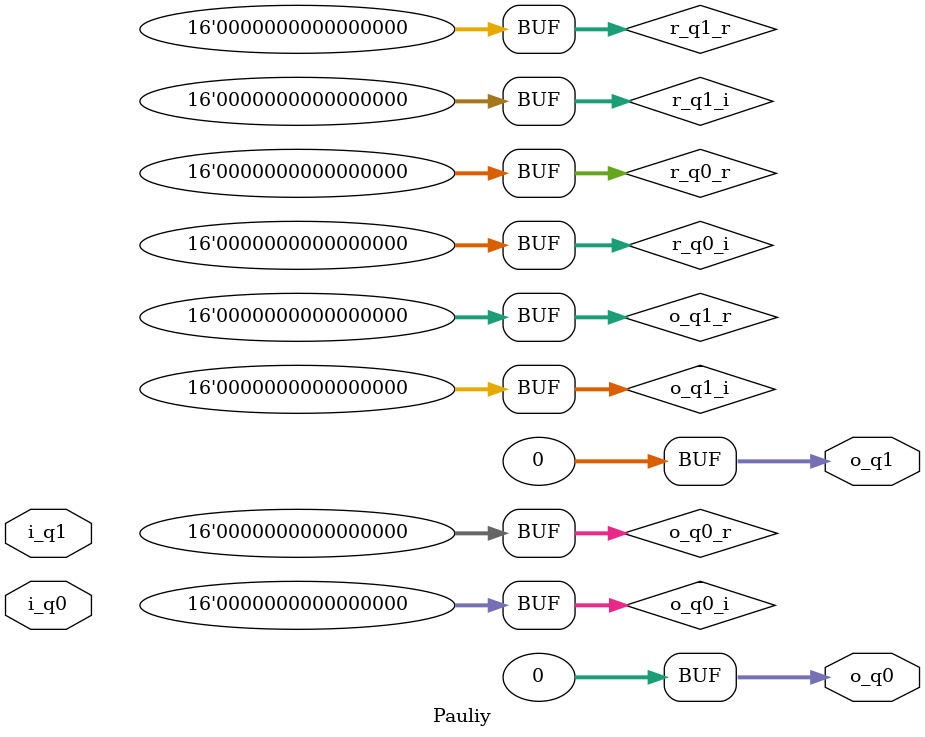
<source format=v>
`timescale 1ns / 1ps

//pauli y = [0 -i; i 0]

module Pauliy(    
    input signed [31:0] i_q0,
    input signed [31:0] i_q1,
    output signed [31:0] o_q0,
    output signed [31:0] o_q1
    );

    reg signed [15:0] r_q0_r = 0;
    reg signed [15:0] r_q0_i = 0;    
    reg signed [15:0] r_q1_r = 0;
    reg signed [15:0] r_q1_i = 0;

    reg signed [15:0] o_q0_r = 0;
    reg signed [15:0] o_q0_i = 0;                
    reg signed [15:0] o_q1_r = 0;           
    reg signed [15:0] o_q1_i = 0; 
               
    always@(*)begin
        o_q0_r <= 0 - r_q1_i;
        o_q0_i <= r_q1_r;
        o_q1_r <= r_q0_i;
        o_q1_i <= 0 - r_q0_r;
    end           
               
    assign o_q0 = {o_q0_r, o_q0_i};
    assign o_q1 = {o_q1_r, o_q1_i};
    
endmodule

</source>
